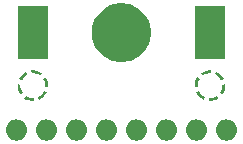
<source format=gtp>
G75*
%FSLAX44Y44*%
%MOMM*%

G36*
X-79900Y-55000D2*
X-80083Y-53186D1*
X-80607Y-51497D1*
X-81437Y-49968D1*
X-82536Y-48636D1*
X-83868Y-47537D1*
X-85397Y-46707D1*
X-87086Y-46183D1*
X-88900Y-46000D1*
X-90714Y-46183D1*
X-92403Y-46707D1*
X-93932Y-47537D1*
X-95264Y-48636D1*
X-96363Y-49968D1*
X-97193Y-51497D1*
X-97717Y-53186D1*
X-97900Y-55000D1*
X-97717Y-56814D1*
X-97193Y-58503D1*
X-96363Y-60032D1*
X-95264Y-61364D1*
X-93932Y-62463D1*
X-92403Y-63293D1*
X-90714Y-63817D1*
X-88900Y-64000D1*
X-87086Y-63817D1*
X-85397Y-63293D1*
X-83868Y-62463D1*
X-82536Y-61364D1*
X-81437Y-60032D1*
X-80607Y-58503D1*
X-80083Y-56814D1*
X-79900Y-55000D1*
G37*

G36*
X-54500Y-55000D2*
X-54683Y-53186D1*
X-55207Y-51497D1*
X-56037Y-49968D1*
X-57136Y-48636D1*
X-58468Y-47537D1*
X-59997Y-46707D1*
X-61686Y-46183D1*
X-63500Y-46000D1*
X-65314Y-46183D1*
X-67003Y-46707D1*
X-68532Y-47537D1*
X-69864Y-48636D1*
X-70963Y-49968D1*
X-71793Y-51497D1*
X-72317Y-53186D1*
X-72500Y-55000D1*
X-72317Y-56814D1*
X-71793Y-58503D1*
X-70963Y-60032D1*
X-69864Y-61364D1*
X-68532Y-62463D1*
X-67003Y-63293D1*
X-65314Y-63817D1*
X-63500Y-64000D1*
X-61686Y-63817D1*
X-59997Y-63293D1*
X-58468Y-62463D1*
X-57136Y-61364D1*
X-56037Y-60032D1*
X-55207Y-58503D1*
X-54683Y-56814D1*
X-54500Y-55000D1*
G37*

G36*
X-29100Y-55000D2*
X-29283Y-53186D1*
X-29807Y-51497D1*
X-30637Y-49968D1*
X-31736Y-48636D1*
X-33068Y-47537D1*
X-34597Y-46707D1*
X-36286Y-46183D1*
X-38100Y-46000D1*
X-39914Y-46183D1*
X-41603Y-46707D1*
X-43132Y-47537D1*
X-44464Y-48636D1*
X-45563Y-49968D1*
X-46393Y-51497D1*
X-46917Y-53186D1*
X-47100Y-55000D1*
X-46917Y-56814D1*
X-46393Y-58503D1*
X-45563Y-60032D1*
X-44464Y-61364D1*
X-43132Y-62463D1*
X-41603Y-63293D1*
X-39914Y-63817D1*
X-38100Y-64000D1*
X-36286Y-63817D1*
X-34597Y-63293D1*
X-33068Y-62463D1*
X-31736Y-61364D1*
X-30637Y-60032D1*
X-29807Y-58503D1*
X-29283Y-56814D1*
X-29100Y-55000D1*
G37*

G36*
X-3700Y-55000D2*
X-3883Y-53186D1*
X-4407Y-51497D1*
X-5237Y-49968D1*
X-6336Y-48636D1*
X-7668Y-47537D1*
X-9197Y-46707D1*
X-10886Y-46183D1*
X-12700Y-46000D1*
X-14514Y-46183D1*
X-16203Y-46707D1*
X-17732Y-47537D1*
X-19064Y-48636D1*
X-20163Y-49968D1*
X-20993Y-51497D1*
X-21517Y-53186D1*
X-21700Y-55000D1*
X-21517Y-56814D1*
X-20993Y-58503D1*
X-20163Y-60032D1*
X-19064Y-61364D1*
X-17732Y-62463D1*
X-16203Y-63293D1*
X-14514Y-63817D1*
X-12700Y-64000D1*
X-10886Y-63817D1*
X-9197Y-63293D1*
X-7668Y-62463D1*
X-6336Y-61364D1*
X-5237Y-60032D1*
X-4407Y-58503D1*
X-3883Y-56814D1*
X-3700Y-55000D1*
G37*

G36*
X21700Y-55000D2*
X21517Y-53186D1*
X20993Y-51497D1*
X20163Y-49968D1*
X19064Y-48636D1*
X17732Y-47537D1*
X16203Y-46707D1*
X14514Y-46183D1*
X12700Y-46000D1*
X10886Y-46183D1*
X9197Y-46707D1*
X7668Y-47537D1*
X6336Y-48636D1*
X5237Y-49968D1*
X4407Y-51497D1*
X3883Y-53186D1*
X3700Y-55000D1*
X3883Y-56814D1*
X4407Y-58503D1*
X5237Y-60032D1*
X6336Y-61364D1*
X7668Y-62463D1*
X9197Y-63293D1*
X10886Y-63817D1*
X12700Y-64000D1*
X14514Y-63817D1*
X16203Y-63293D1*
X17732Y-62463D1*
X19064Y-61364D1*
X20163Y-60032D1*
X20993Y-58503D1*
X21517Y-56814D1*
X21700Y-55000D1*
G37*

G36*
X47100Y-55000D2*
X46917Y-53186D1*
X46393Y-51497D1*
X45563Y-49968D1*
X44464Y-48636D1*
X43132Y-47537D1*
X41603Y-46707D1*
X39914Y-46183D1*
X38100Y-46000D1*
X36286Y-46183D1*
X34597Y-46707D1*
X33068Y-47537D1*
X31736Y-48636D1*
X30637Y-49968D1*
X29807Y-51497D1*
X29283Y-53186D1*
X29100Y-55000D1*
X29283Y-56814D1*
X29807Y-58503D1*
X30637Y-60032D1*
X31736Y-61364D1*
X33068Y-62463D1*
X34597Y-63293D1*
X36286Y-63817D1*
X38100Y-64000D1*
X39914Y-63817D1*
X41603Y-63293D1*
X43132Y-62463D1*
X44464Y-61364D1*
X45563Y-60032D1*
X46393Y-58503D1*
X46917Y-56814D1*
X47100Y-55000D1*
G37*

G36*
X72500Y-55000D2*
X72317Y-53186D1*
X71793Y-51497D1*
X70963Y-49968D1*
X69864Y-48636D1*
X68532Y-47537D1*
X67003Y-46707D1*
X65314Y-46183D1*
X63500Y-46000D1*
X61686Y-46183D1*
X59997Y-46707D1*
X58468Y-47537D1*
X57136Y-48636D1*
X56037Y-49968D1*
X55207Y-51497D1*
X54683Y-53186D1*
X54500Y-55000D1*
X54683Y-56814D1*
X55207Y-58503D1*
X56037Y-60032D1*
X57136Y-61364D1*
X58468Y-62463D1*
X59997Y-63293D1*
X61686Y-63817D1*
X63500Y-64000D1*
X65314Y-63817D1*
X67003Y-63293D1*
X68532Y-62463D1*
X69864Y-61364D1*
X70963Y-60032D1*
X71793Y-58503D1*
X72317Y-56814D1*
X72500Y-55000D1*
G37*

G36*
X97900Y-55000D2*
X97717Y-53186D1*
X97193Y-51497D1*
X96363Y-49968D1*
X95264Y-48636D1*
X93932Y-47537D1*
X92403Y-46707D1*
X90714Y-46183D1*
X88900Y-46000D1*
X87086Y-46183D1*
X85397Y-46707D1*
X83868Y-47537D1*
X82536Y-48636D1*
X81437Y-49968D1*
X80607Y-51497D1*
X80083Y-53186D1*
X79900Y-55000D1*
X80083Y-56814D1*
X80607Y-58503D1*
X81437Y-60032D1*
X82536Y-61364D1*
X83868Y-62463D1*
X85397Y-63293D1*
X87086Y-63817D1*
X88900Y-64000D1*
X90714Y-63817D1*
X92403Y-63293D1*
X93932Y-62463D1*
X95264Y-61364D1*
X96363Y-60032D1*
X97193Y-58503D1*
X97717Y-56814D1*
X97900Y-55000D1*
G37*

G36*
X-62500Y50000D2*
Y5000D1*
X-87500D1*
Y50000D1*
X-62500D1*
G37*

G36*
X87500Y50000D2*
Y5000D1*
X62500D1*
Y50000D1*
X87500D1*
G37*

G36*
X25000Y27500D2*
X24871Y30056D1*
X24492Y32538D1*
X23876Y34934D1*
X23035Y37231D1*
X21983Y39416D1*
X20730Y41478D1*
X19291Y43402D1*
X17678Y45178D1*
X15902Y46791D1*
X13978Y48230D1*
X11916Y49483D1*
X9731Y50535D1*
X7434Y51376D1*
X5038Y51992D1*
X2556Y52371D1*
X0Y52500D1*
X-2556Y52371D1*
X-5038Y51992D1*
X-7434Y51376D1*
X-9731Y50535D1*
X-11916Y49483D1*
X-13978Y48230D1*
X-15902Y46791D1*
X-17678Y45178D1*
X-19291Y43402D1*
X-20730Y41478D1*
X-21983Y39416D1*
X-23035Y37231D1*
X-23876Y34934D1*
X-24492Y32538D1*
X-24871Y30056D1*
X-25000Y27500D1*
X-24871Y24944D1*
X-24492Y22462D1*
X-23876Y20066D1*
X-23035Y17769D1*
X-21983Y15584D1*
X-20730Y13522D1*
X-19291Y11598D1*
X-17678Y9822D1*
X-15902Y8209D1*
X-13978Y6770D1*
X-11916Y5517D1*
X-9731Y4465D1*
X-7434Y3624D1*
X-5038Y3008D1*
X-2556Y2629D1*
X0Y2500D1*
X2556Y2629D1*
X5038Y3008D1*
X7434Y3624D1*
X9731Y4465D1*
X11916Y5517D1*
X13978Y6770D1*
X15902Y8209D1*
X17678Y9822D1*
X19291Y11598D1*
X20730Y13522D1*
X21983Y15584D1*
X23035Y17769D1*
X23876Y20066D1*
X24492Y22462D1*
X24871Y24944D1*
X25000Y27500D1*
G37*

G36*
X-70563Y-27016D2*
X-69506Y-29282D1*
X-67537Y-28144D1*
X-65808Y-26692D1*
X-64356Y-24963D1*
X-63218Y-22994D1*
X-65484Y-21937D1*
X-66403Y-23528D1*
X-67575Y-24925D1*
X-68972Y-26097D1*
X-70563Y-27016D1*
G37*

G36*
X-64540Y-18415D2*
X-62049Y-18633D1*
X-62050Y-16358D1*
X-62443Y-14135D1*
X-63214Y-12014D1*
X-64351Y-10044D1*
X-66399Y-11477D1*
X-65481Y-13069D1*
X-64858Y-14782D1*
X-64541Y-16578D1*
X-64540Y-18415D1*
G37*

G36*
X-68977Y-8899D2*
X-67544Y-6851D1*
X-69514Y-5714D1*
X-71635Y-4943D1*
X-73858Y-4550D1*
X-76133Y-4549D1*
X-75915Y-7040D1*
X-74078Y-7041D1*
X-72282Y-7358D1*
X-70569Y-7981D1*
X-68977Y-8899D1*
G37*

G36*
X-79437Y-7984D2*
X-80494Y-5718D1*
X-82463Y-6856D1*
X-84192Y-8308D1*
X-85644Y-10037D1*
X-86782Y-12006D1*
X-84516Y-13063D1*
X-83597Y-11472D1*
X-82425Y-10075D1*
X-81028Y-8903D1*
X-79437Y-7984D1*
G37*

G36*
X-85460Y-16585D2*
X-87951Y-16367D1*
X-87950Y-18642D1*
X-87557Y-20865D1*
X-86786Y-22986D1*
X-85649Y-24956D1*
X-83601Y-23523D1*
X-84519Y-21931D1*
X-85142Y-20218D1*
X-85459Y-18422D1*
X-85460Y-16585D1*
G37*

G36*
X-81023Y-26101D2*
X-82456Y-28149D1*
X-80486Y-29286D1*
X-78365Y-30057D1*
X-76142Y-30450D1*
X-73867Y-30451D1*
X-74085Y-27960D1*
X-75922Y-27959D1*
X-77718Y-27642D1*
X-79431Y-27019D1*
X-81023Y-26101D1*
G37*

G36*
X84516Y-13063D2*
X86782Y-12006D1*
X85644Y-10037D1*
X84192Y-8308D1*
X82463Y-6856D1*
X80494Y-5718D1*
X79437Y-7984D1*
X81028Y-8903D1*
X82425Y-10075D1*
X83597Y-11472D1*
X84516Y-13063D1*
G37*

G36*
X75915Y-7040D2*
X76133Y-4549D1*
X73858Y-4550D1*
X71635Y-4943D1*
X69514Y-5714D1*
X67544Y-6851D1*
X68977Y-8899D1*
X70569Y-7981D1*
X72282Y-7358D1*
X74078Y-7041D1*
X75915Y-7040D1*
G37*

G36*
X66399Y-11477D2*
X64351Y-10044D1*
X63214Y-12014D1*
X62443Y-14135D1*
X62050Y-16358D1*
X62049Y-18633D1*
X64540Y-18415D1*
X64541Y-16578D1*
X64858Y-14782D1*
X65481Y-13069D1*
X66399Y-11477D1*
G37*

G36*
X65484Y-21937D2*
X63218Y-22994D1*
X64356Y-24963D1*
X65808Y-26692D1*
X67537Y-28144D1*
X69506Y-29282D1*
X70563Y-27016D1*
X68972Y-26097D1*
X67575Y-24925D1*
X66403Y-23528D1*
X65484Y-21937D1*
G37*

G36*
X74085Y-27960D2*
X73867Y-30451D1*
X76142Y-30450D1*
X78365Y-30057D1*
X80486Y-29286D1*
X82456Y-28149D1*
X81023Y-26101D1*
X79431Y-27019D1*
X77718Y-27642D1*
X75922Y-27959D1*
X74085Y-27960D1*
G37*

G36*
X83601Y-23523D2*
X85649Y-24956D1*
X86786Y-22986D1*
X87557Y-20865D1*
X87950Y-18642D1*
X87951Y-16367D1*
X85460Y-16585D1*
X85459Y-18422D1*
X85142Y-20218D1*
X84519Y-21931D1*
X83601Y-23523D1*
G37*

M02*

</source>
